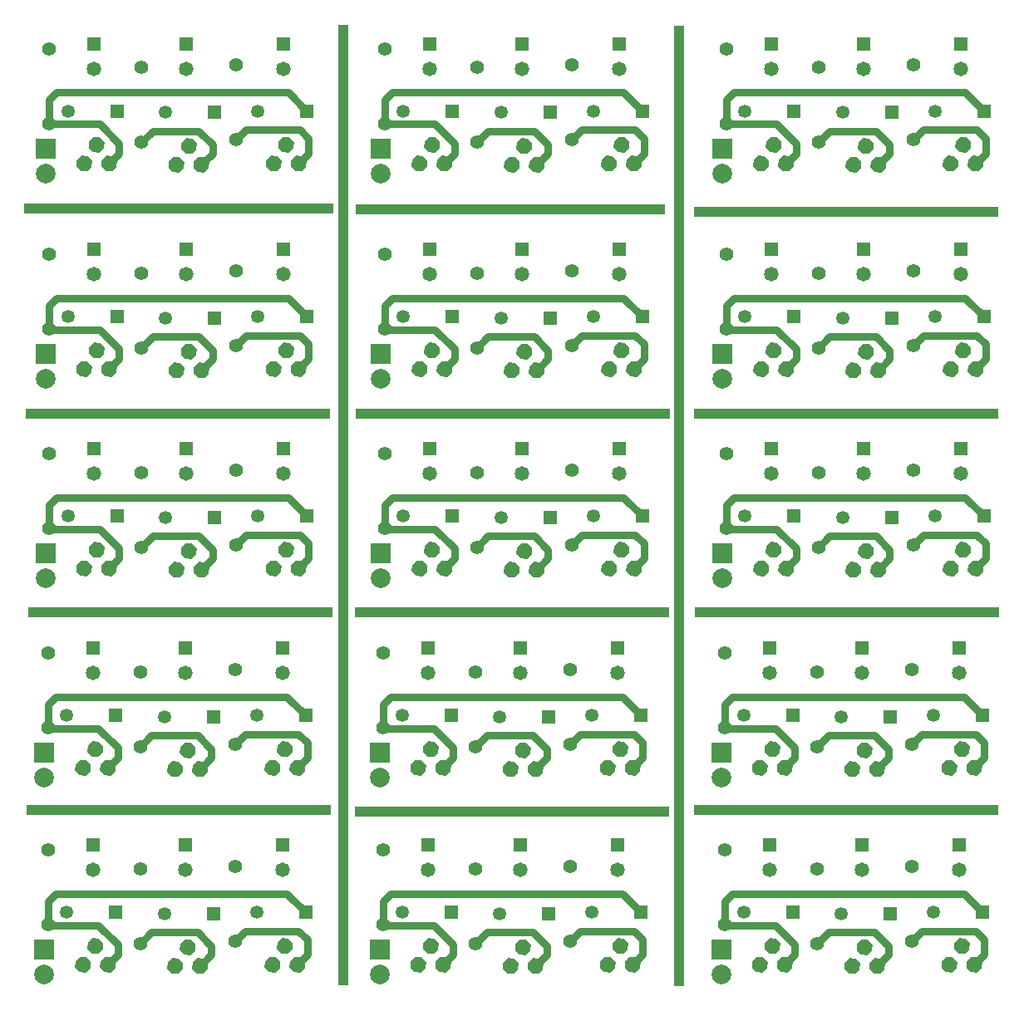
<source format=gtl>
G04 Layer_Physical_Order=1*
G04 Layer_Color=255*
%FSLAX25Y25*%
%MOIN*%
G70*
G01*
G75*
%ADD10C,0.03000*%
%ADD11R,0.03937X3.85827*%
%ADD12C,0.05905*%
%ADD13R,0.05315X0.05315*%
%ADD14C,0.05315*%
%ADD15C,0.07874*%
%ADD16R,0.07874X0.07874*%
%ADD17C,0.05512*%
%ADD18C,0.05827*%
%ADD19R,0.05827X0.05827*%
%ADD20O,0.05905X0.03937*%
%ADD21O,0.05905X0.03200*%
%ADD22R,1.24016X0.03937*%
%ADD23R,1.22047X0.03937*%
%ADD24R,1.25984X0.03937*%
G36*
X380363Y345491D02*
X382069Y343629D01*
X381959Y341105D01*
X380097Y339399D01*
X377574Y339509D01*
X375868Y341371D01*
X375978Y343895D01*
X377840Y345601D01*
X380363Y345491D01*
D02*
G37*
G36*
X304363D02*
X306069Y343629D01*
X305959Y341105D01*
X304097Y339399D01*
X301574Y339509D01*
X299868Y341371D01*
X299978Y343895D01*
X301840Y345601D01*
X304363Y345491D01*
D02*
G37*
G36*
X243363D02*
X245070Y343629D01*
X244959Y341105D01*
X243097Y339399D01*
X240574Y339509D01*
X238867Y341371D01*
X238978Y343895D01*
X240840Y345601D01*
X243363Y345491D01*
D02*
G37*
G36*
X167363D02*
X169070Y343629D01*
X168959Y341105D01*
X167097Y339399D01*
X164574Y339509D01*
X162867Y341371D01*
X162978Y343895D01*
X164840Y345601D01*
X167363Y345491D01*
D02*
G37*
G36*
X108863D02*
X110570Y343629D01*
X110459Y341105D01*
X108597Y339399D01*
X106074Y339509D01*
X104367Y341371D01*
X104478Y343895D01*
X106340Y345601D01*
X108863Y345491D01*
D02*
G37*
G36*
X32863D02*
X34569Y343629D01*
X34459Y341105D01*
X32597Y339399D01*
X30074Y339509D01*
X28367Y341371D01*
X28478Y343895D01*
X30340Y345601D01*
X32863Y345491D01*
D02*
G37*
G36*
X341363Y344991D02*
X343070Y343129D01*
X342959Y340605D01*
X341097Y338899D01*
X338574Y339009D01*
X336867Y340871D01*
X336978Y343395D01*
X338840Y345101D01*
X341363Y344991D01*
D02*
G37*
G36*
X204363D02*
X206069Y343129D01*
X205959Y340605D01*
X204097Y338899D01*
X201574Y339009D01*
X199867Y340871D01*
X199978Y343395D01*
X201840Y345101D01*
X204363Y344991D01*
D02*
G37*
G36*
X69863D02*
X71570Y343129D01*
X71459Y340605D01*
X69597Y338899D01*
X67074Y339009D01*
X65368Y340871D01*
X65478Y343395D01*
X67340Y345101D01*
X69863Y344991D01*
D02*
G37*
G36*
X385363Y337991D02*
X387070Y336129D01*
X386959Y333605D01*
X385097Y331899D01*
X382574Y332009D01*
X380868Y333871D01*
X380978Y336395D01*
X382840Y338101D01*
X385363Y337991D01*
D02*
G37*
G36*
X375363D02*
X377069Y336129D01*
X376959Y333605D01*
X375097Y331899D01*
X372574Y332009D01*
X370867Y333871D01*
X370978Y336395D01*
X372840Y338101D01*
X375363Y337991D01*
D02*
G37*
G36*
X309363D02*
X311069Y336129D01*
X310959Y333605D01*
X309097Y331899D01*
X306574Y332009D01*
X304868Y333871D01*
X304978Y336395D01*
X306840Y338101D01*
X309363Y337991D01*
D02*
G37*
G36*
X299363D02*
X301069Y336129D01*
X300959Y333605D01*
X299097Y331899D01*
X296574Y332009D01*
X294867Y333871D01*
X294978Y336395D01*
X296840Y338101D01*
X299363Y337991D01*
D02*
G37*
G36*
X248363D02*
X250069Y336129D01*
X249959Y333605D01*
X248097Y331899D01*
X245574Y332009D01*
X243867Y333871D01*
X243978Y336395D01*
X245840Y338101D01*
X248363Y337991D01*
D02*
G37*
G36*
X238363D02*
X240070Y336129D01*
X239959Y333605D01*
X238097Y331899D01*
X235574Y332009D01*
X233868Y333871D01*
X233978Y336395D01*
X235840Y338101D01*
X238363Y337991D01*
D02*
G37*
G36*
X172363D02*
X174069Y336129D01*
X173959Y333605D01*
X172097Y331899D01*
X169574Y332009D01*
X167868Y333871D01*
X167978Y336395D01*
X169840Y338101D01*
X172363Y337991D01*
D02*
G37*
G36*
X162363D02*
X164069Y336129D01*
X163959Y333605D01*
X162097Y331899D01*
X159574Y332009D01*
X157868Y333871D01*
X157978Y336395D01*
X159840Y338101D01*
X162363Y337991D01*
D02*
G37*
G36*
X113863D02*
X115569Y336129D01*
X115459Y333605D01*
X113597Y331899D01*
X111074Y332009D01*
X109368Y333871D01*
X109478Y336395D01*
X111340Y338101D01*
X113863Y337991D01*
D02*
G37*
G36*
X103863D02*
X105570Y336129D01*
X105459Y333605D01*
X103597Y331899D01*
X101074Y332009D01*
X99367Y333871D01*
X99478Y336395D01*
X101340Y338101D01*
X103863Y337991D01*
D02*
G37*
G36*
X37863D02*
X39570Y336129D01*
X39459Y333605D01*
X37597Y331899D01*
X35074Y332009D01*
X33367Y333871D01*
X33478Y336395D01*
X35340Y338101D01*
X37863Y337991D01*
D02*
G37*
G36*
X27863D02*
X29570Y336129D01*
X29459Y333605D01*
X27597Y331899D01*
X25074Y332009D01*
X23368Y333871D01*
X23478Y336395D01*
X25340Y338101D01*
X27863Y337991D01*
D02*
G37*
G36*
X346363Y337491D02*
X348070Y335629D01*
X347959Y333105D01*
X346097Y331399D01*
X343574Y331509D01*
X341867Y333371D01*
X341978Y335895D01*
X343840Y337601D01*
X346363Y337491D01*
D02*
G37*
G36*
X336363D02*
X338070Y335629D01*
X337959Y333105D01*
X336097Y331399D01*
X333574Y331509D01*
X331868Y333371D01*
X331978Y335895D01*
X333840Y337601D01*
X336363Y337491D01*
D02*
G37*
G36*
X209363D02*
X211069Y335629D01*
X210959Y333105D01*
X209097Y331399D01*
X206574Y331509D01*
X204868Y333371D01*
X204978Y335895D01*
X206840Y337601D01*
X209363Y337491D01*
D02*
G37*
G36*
X199363D02*
X201069Y335629D01*
X200959Y333105D01*
X199097Y331399D01*
X196574Y331509D01*
X194868Y333371D01*
X194978Y335895D01*
X196840Y337601D01*
X199363Y337491D01*
D02*
G37*
G36*
X74863D02*
X76569Y335629D01*
X76459Y333105D01*
X74597Y331399D01*
X72074Y331509D01*
X70367Y333371D01*
X70478Y335895D01*
X72340Y337601D01*
X74863Y337491D01*
D02*
G37*
G36*
X64863D02*
X66570Y335629D01*
X66459Y333105D01*
X64597Y331399D01*
X62074Y331509D01*
X60368Y333371D01*
X60478Y335895D01*
X62340Y337601D01*
X64863Y337491D01*
D02*
G37*
G36*
X380363Y262991D02*
X382069Y261129D01*
X381959Y258605D01*
X380097Y256899D01*
X377574Y257009D01*
X375868Y258871D01*
X375978Y261395D01*
X377840Y263101D01*
X380363Y262991D01*
D02*
G37*
G36*
X304363D02*
X306069Y261129D01*
X305959Y258605D01*
X304097Y256899D01*
X301574Y257009D01*
X299868Y258871D01*
X299978Y261395D01*
X301840Y263101D01*
X304363Y262991D01*
D02*
G37*
G36*
X243363D02*
X245070Y261129D01*
X244959Y258605D01*
X243097Y256899D01*
X240574Y257009D01*
X238867Y258871D01*
X238978Y261395D01*
X240840Y263101D01*
X243363Y262991D01*
D02*
G37*
G36*
X167363D02*
X169070Y261129D01*
X168959Y258605D01*
X167097Y256899D01*
X164574Y257009D01*
X162867Y258871D01*
X162978Y261395D01*
X164840Y263101D01*
X167363Y262991D01*
D02*
G37*
G36*
X108863D02*
X110570Y261129D01*
X110459Y258605D01*
X108597Y256899D01*
X106074Y257009D01*
X104367Y258871D01*
X104478Y261395D01*
X106340Y263101D01*
X108863Y262991D01*
D02*
G37*
G36*
X32863D02*
X34569Y261129D01*
X34459Y258605D01*
X32597Y256899D01*
X30074Y257009D01*
X28367Y258871D01*
X28478Y261395D01*
X30340Y263101D01*
X32863Y262991D01*
D02*
G37*
G36*
X341363Y262491D02*
X343070Y260629D01*
X342959Y258105D01*
X341097Y256399D01*
X338574Y256509D01*
X336867Y258371D01*
X336978Y260895D01*
X338840Y262601D01*
X341363Y262491D01*
D02*
G37*
G36*
X204363D02*
X206069Y260629D01*
X205959Y258105D01*
X204097Y256399D01*
X201574Y256509D01*
X199867Y258371D01*
X199978Y260895D01*
X201840Y262601D01*
X204363Y262491D01*
D02*
G37*
G36*
X69863D02*
X71570Y260629D01*
X71459Y258105D01*
X69597Y256399D01*
X67074Y256509D01*
X65368Y258371D01*
X65478Y260895D01*
X67340Y262601D01*
X69863Y262491D01*
D02*
G37*
G36*
X385363Y255491D02*
X387070Y253629D01*
X386959Y251105D01*
X385097Y249399D01*
X382574Y249509D01*
X380868Y251371D01*
X380978Y253895D01*
X382840Y255601D01*
X385363Y255491D01*
D02*
G37*
G36*
X375363D02*
X377069Y253629D01*
X376959Y251105D01*
X375097Y249399D01*
X372574Y249509D01*
X370867Y251371D01*
X370978Y253895D01*
X372840Y255601D01*
X375363Y255491D01*
D02*
G37*
G36*
X309363D02*
X311069Y253629D01*
X310959Y251105D01*
X309097Y249399D01*
X306574Y249509D01*
X304868Y251371D01*
X304978Y253895D01*
X306840Y255601D01*
X309363Y255491D01*
D02*
G37*
G36*
X299363D02*
X301069Y253629D01*
X300959Y251105D01*
X299097Y249399D01*
X296574Y249509D01*
X294867Y251371D01*
X294978Y253895D01*
X296840Y255601D01*
X299363Y255491D01*
D02*
G37*
G36*
X248363D02*
X250069Y253629D01*
X249959Y251105D01*
X248097Y249399D01*
X245574Y249509D01*
X243867Y251371D01*
X243978Y253895D01*
X245840Y255601D01*
X248363Y255491D01*
D02*
G37*
G36*
X238363D02*
X240070Y253629D01*
X239959Y251105D01*
X238097Y249399D01*
X235574Y249509D01*
X233868Y251371D01*
X233978Y253895D01*
X235840Y255601D01*
X238363Y255491D01*
D02*
G37*
G36*
X172363D02*
X174069Y253629D01*
X173959Y251105D01*
X172097Y249399D01*
X169574Y249509D01*
X167868Y251371D01*
X167978Y253895D01*
X169840Y255601D01*
X172363Y255491D01*
D02*
G37*
G36*
X162363D02*
X164069Y253629D01*
X163959Y251105D01*
X162097Y249399D01*
X159574Y249509D01*
X157868Y251371D01*
X157978Y253895D01*
X159840Y255601D01*
X162363Y255491D01*
D02*
G37*
G36*
X113863D02*
X115569Y253629D01*
X115459Y251105D01*
X113597Y249399D01*
X111074Y249509D01*
X109368Y251371D01*
X109478Y253895D01*
X111340Y255601D01*
X113863Y255491D01*
D02*
G37*
G36*
X103863D02*
X105570Y253629D01*
X105459Y251105D01*
X103597Y249399D01*
X101074Y249509D01*
X99367Y251371D01*
X99478Y253895D01*
X101340Y255601D01*
X103863Y255491D01*
D02*
G37*
G36*
X37863D02*
X39570Y253629D01*
X39459Y251105D01*
X37597Y249399D01*
X35074Y249509D01*
X33367Y251371D01*
X33478Y253895D01*
X35340Y255601D01*
X37863Y255491D01*
D02*
G37*
G36*
X27863D02*
X29570Y253629D01*
X29459Y251105D01*
X27597Y249399D01*
X25074Y249509D01*
X23368Y251371D01*
X23478Y253895D01*
X25340Y255601D01*
X27863Y255491D01*
D02*
G37*
G36*
X346363Y254991D02*
X348070Y253129D01*
X347959Y250605D01*
X346097Y248899D01*
X343574Y249009D01*
X341867Y250871D01*
X341978Y253395D01*
X343840Y255101D01*
X346363Y254991D01*
D02*
G37*
G36*
X336363D02*
X338070Y253129D01*
X337959Y250605D01*
X336097Y248899D01*
X333574Y249009D01*
X331868Y250871D01*
X331978Y253395D01*
X333840Y255101D01*
X336363Y254991D01*
D02*
G37*
G36*
X209363D02*
X211069Y253129D01*
X210959Y250605D01*
X209097Y248899D01*
X206574Y249009D01*
X204868Y250871D01*
X204978Y253395D01*
X206840Y255101D01*
X209363Y254991D01*
D02*
G37*
G36*
X199363D02*
X201069Y253129D01*
X200959Y250605D01*
X199097Y248899D01*
X196574Y249009D01*
X194868Y250871D01*
X194978Y253395D01*
X196840Y255101D01*
X199363Y254991D01*
D02*
G37*
G36*
X74863D02*
X76569Y253129D01*
X76459Y250605D01*
X74597Y248899D01*
X72074Y249009D01*
X70367Y250871D01*
X70478Y253395D01*
X72340Y255101D01*
X74863Y254991D01*
D02*
G37*
G36*
X64863D02*
X66570Y253129D01*
X66459Y250605D01*
X64597Y248899D01*
X62074Y249009D01*
X60368Y250871D01*
X60478Y253395D01*
X62340Y255101D01*
X64863Y254991D01*
D02*
G37*
G36*
X380363Y182991D02*
X382069Y181129D01*
X381959Y178605D01*
X380097Y176899D01*
X377574Y177009D01*
X375868Y178871D01*
X375978Y181395D01*
X377840Y183101D01*
X380363Y182991D01*
D02*
G37*
G36*
X304363D02*
X306069Y181129D01*
X305959Y178605D01*
X304097Y176899D01*
X301574Y177009D01*
X299868Y178871D01*
X299978Y181395D01*
X301840Y183101D01*
X304363Y182991D01*
D02*
G37*
G36*
X243363D02*
X245070Y181129D01*
X244959Y178605D01*
X243097Y176899D01*
X240574Y177009D01*
X238867Y178871D01*
X238978Y181395D01*
X240840Y183101D01*
X243363Y182991D01*
D02*
G37*
G36*
X167363D02*
X169070Y181129D01*
X168959Y178605D01*
X167097Y176899D01*
X164574Y177009D01*
X162867Y178871D01*
X162978Y181395D01*
X164840Y183101D01*
X167363Y182991D01*
D02*
G37*
G36*
X108863D02*
X110570Y181129D01*
X110459Y178605D01*
X108597Y176899D01*
X106074Y177009D01*
X104367Y178871D01*
X104478Y181395D01*
X106340Y183101D01*
X108863Y182991D01*
D02*
G37*
G36*
X32863D02*
X34569Y181129D01*
X34459Y178605D01*
X32597Y176899D01*
X30074Y177009D01*
X28367Y178871D01*
X28478Y181395D01*
X30340Y183101D01*
X32863Y182991D01*
D02*
G37*
G36*
X341363Y182491D02*
X343070Y180629D01*
X342959Y178105D01*
X341097Y176399D01*
X338574Y176509D01*
X336867Y178371D01*
X336978Y180895D01*
X338840Y182601D01*
X341363Y182491D01*
D02*
G37*
G36*
X204363D02*
X206069Y180629D01*
X205959Y178105D01*
X204097Y176399D01*
X201574Y176509D01*
X199867Y178371D01*
X199978Y180895D01*
X201840Y182601D01*
X204363Y182491D01*
D02*
G37*
G36*
X69863D02*
X71570Y180629D01*
X71459Y178105D01*
X69597Y176399D01*
X67074Y176509D01*
X65368Y178371D01*
X65478Y180895D01*
X67340Y182601D01*
X69863Y182491D01*
D02*
G37*
G36*
X385363Y175491D02*
X387070Y173629D01*
X386959Y171105D01*
X385097Y169399D01*
X382574Y169509D01*
X380868Y171371D01*
X380978Y173895D01*
X382840Y175601D01*
X385363Y175491D01*
D02*
G37*
G36*
X375363D02*
X377069Y173629D01*
X376959Y171105D01*
X375097Y169399D01*
X372574Y169509D01*
X370867Y171371D01*
X370978Y173895D01*
X372840Y175601D01*
X375363Y175491D01*
D02*
G37*
G36*
X309363D02*
X311069Y173629D01*
X310959Y171105D01*
X309097Y169399D01*
X306574Y169509D01*
X304868Y171371D01*
X304978Y173895D01*
X306840Y175601D01*
X309363Y175491D01*
D02*
G37*
G36*
X299363D02*
X301069Y173629D01*
X300959Y171105D01*
X299097Y169399D01*
X296574Y169509D01*
X294867Y171371D01*
X294978Y173895D01*
X296840Y175601D01*
X299363Y175491D01*
D02*
G37*
G36*
X248363D02*
X250069Y173629D01*
X249959Y171105D01*
X248097Y169399D01*
X245574Y169509D01*
X243867Y171371D01*
X243978Y173895D01*
X245840Y175601D01*
X248363Y175491D01*
D02*
G37*
G36*
X238363D02*
X240070Y173629D01*
X239959Y171105D01*
X238097Y169399D01*
X235574Y169509D01*
X233868Y171371D01*
X233978Y173895D01*
X235840Y175601D01*
X238363Y175491D01*
D02*
G37*
G36*
X172363D02*
X174069Y173629D01*
X173959Y171105D01*
X172097Y169399D01*
X169574Y169509D01*
X167868Y171371D01*
X167978Y173895D01*
X169840Y175601D01*
X172363Y175491D01*
D02*
G37*
G36*
X162363D02*
X164069Y173629D01*
X163959Y171105D01*
X162097Y169399D01*
X159574Y169509D01*
X157868Y171371D01*
X157978Y173895D01*
X159840Y175601D01*
X162363Y175491D01*
D02*
G37*
G36*
X113863D02*
X115569Y173629D01*
X115459Y171105D01*
X113597Y169399D01*
X111074Y169509D01*
X109368Y171371D01*
X109478Y173895D01*
X111340Y175601D01*
X113863Y175491D01*
D02*
G37*
G36*
X103863D02*
X105570Y173629D01*
X105459Y171105D01*
X103597Y169399D01*
X101074Y169509D01*
X99367Y171371D01*
X99478Y173895D01*
X101340Y175601D01*
X103863Y175491D01*
D02*
G37*
G36*
X37863D02*
X39570Y173629D01*
X39459Y171105D01*
X37597Y169399D01*
X35074Y169509D01*
X33367Y171371D01*
X33478Y173895D01*
X35340Y175601D01*
X37863Y175491D01*
D02*
G37*
G36*
X27863D02*
X29570Y173629D01*
X29459Y171105D01*
X27597Y169399D01*
X25074Y169509D01*
X23368Y171371D01*
X23478Y173895D01*
X25340Y175601D01*
X27863Y175491D01*
D02*
G37*
G36*
X346363Y174991D02*
X348070Y173129D01*
X347959Y170605D01*
X346097Y168899D01*
X343574Y169009D01*
X341867Y170871D01*
X341978Y173395D01*
X343840Y175101D01*
X346363Y174991D01*
D02*
G37*
G36*
X336363D02*
X338070Y173129D01*
X337959Y170605D01*
X336097Y168899D01*
X333574Y169009D01*
X331868Y170871D01*
X331978Y173395D01*
X333840Y175101D01*
X336363Y174991D01*
D02*
G37*
G36*
X209363D02*
X211069Y173129D01*
X210959Y170605D01*
X209097Y168899D01*
X206574Y169009D01*
X204868Y170871D01*
X204978Y173395D01*
X206840Y175101D01*
X209363Y174991D01*
D02*
G37*
G36*
X199363D02*
X201069Y173129D01*
X200959Y170605D01*
X199097Y168899D01*
X196574Y169009D01*
X194868Y170871D01*
X194978Y173395D01*
X196840Y175101D01*
X199363Y174991D01*
D02*
G37*
G36*
X74863D02*
X76569Y173129D01*
X76459Y170605D01*
X74597Y168899D01*
X72074Y169009D01*
X70367Y170871D01*
X70478Y173395D01*
X72340Y175101D01*
X74863Y174991D01*
D02*
G37*
G36*
X64863D02*
X66570Y173129D01*
X66459Y170605D01*
X64597Y168899D01*
X62074Y169009D01*
X60368Y170871D01*
X60478Y173395D01*
X62340Y175101D01*
X64863Y174991D01*
D02*
G37*
G36*
X379863Y102991D02*
X381570Y101129D01*
X381459Y98605D01*
X379597Y96899D01*
X377074Y97009D01*
X375367Y98871D01*
X375478Y101395D01*
X377340Y103101D01*
X379863Y102991D01*
D02*
G37*
G36*
X303863D02*
X305570Y101129D01*
X305459Y98605D01*
X303597Y96899D01*
X301074Y97009D01*
X299367Y98871D01*
X299478Y101395D01*
X301340Y103101D01*
X303863Y102991D01*
D02*
G37*
G36*
X242863D02*
X244569Y101129D01*
X244459Y98605D01*
X242597Y96899D01*
X240074Y97009D01*
X238368Y98871D01*
X238478Y101395D01*
X240340Y103101D01*
X242863Y102991D01*
D02*
G37*
G36*
X166863D02*
X168570Y101129D01*
X168459Y98605D01*
X166597Y96899D01*
X164074Y97009D01*
X162367Y98871D01*
X162478Y101395D01*
X164340Y103101D01*
X166863Y102991D01*
D02*
G37*
G36*
X108363D02*
X110070Y101129D01*
X109959Y98605D01*
X108097Y96899D01*
X105574Y97009D01*
X103867Y98871D01*
X103978Y101395D01*
X105840Y103101D01*
X108363Y102991D01*
D02*
G37*
G36*
X32363D02*
X34069Y101129D01*
X33959Y98605D01*
X32097Y96899D01*
X29574Y97009D01*
X27867Y98871D01*
X27978Y101395D01*
X29840Y103101D01*
X32363Y102991D01*
D02*
G37*
G36*
X340863Y102491D02*
X342569Y100629D01*
X342459Y98105D01*
X340597Y96399D01*
X338074Y96509D01*
X336368Y98371D01*
X336478Y100895D01*
X338340Y102601D01*
X340863Y102491D01*
D02*
G37*
G36*
X203863D02*
X205570Y100629D01*
X205459Y98105D01*
X203597Y96399D01*
X201074Y96509D01*
X199367Y98371D01*
X199478Y100895D01*
X201340Y102601D01*
X203863Y102491D01*
D02*
G37*
G36*
X69363D02*
X71070Y100629D01*
X70959Y98105D01*
X69097Y96399D01*
X66574Y96509D01*
X64868Y98371D01*
X64978Y100895D01*
X66840Y102601D01*
X69363Y102491D01*
D02*
G37*
G36*
X384863Y95491D02*
X386569Y93629D01*
X386459Y91105D01*
X384597Y89399D01*
X382074Y89509D01*
X380367Y91371D01*
X380478Y93895D01*
X382340Y95601D01*
X384863Y95491D01*
D02*
G37*
G36*
X374863D02*
X376570Y93629D01*
X376459Y91105D01*
X374597Y89399D01*
X372074Y89509D01*
X370368Y91371D01*
X370478Y93895D01*
X372340Y95601D01*
X374863Y95491D01*
D02*
G37*
G36*
X308863D02*
X310570Y93629D01*
X310459Y91105D01*
X308597Y89399D01*
X306074Y89509D01*
X304367Y91371D01*
X304478Y93895D01*
X306340Y95601D01*
X308863Y95491D01*
D02*
G37*
G36*
X298863D02*
X300570Y93629D01*
X300459Y91105D01*
X298597Y89399D01*
X296074Y89509D01*
X294368Y91371D01*
X294478Y93895D01*
X296340Y95601D01*
X298863Y95491D01*
D02*
G37*
G36*
X247863D02*
X249570Y93629D01*
X249459Y91105D01*
X247597Y89399D01*
X245074Y89509D01*
X243368Y91371D01*
X243478Y93895D01*
X245340Y95601D01*
X247863Y95491D01*
D02*
G37*
G36*
X237863D02*
X239569Y93629D01*
X239459Y91105D01*
X237597Y89399D01*
X235074Y89509D01*
X233367Y91371D01*
X233478Y93895D01*
X235340Y95601D01*
X237863Y95491D01*
D02*
G37*
G36*
X171863D02*
X173570Y93629D01*
X173459Y91105D01*
X171597Y89399D01*
X169074Y89509D01*
X167367Y91371D01*
X167478Y93895D01*
X169340Y95601D01*
X171863Y95491D01*
D02*
G37*
G36*
X161863D02*
X163569Y93629D01*
X163459Y91105D01*
X161597Y89399D01*
X159074Y89509D01*
X157368Y91371D01*
X157478Y93895D01*
X159340Y95601D01*
X161863Y95491D01*
D02*
G37*
G36*
X113363D02*
X115069Y93629D01*
X114959Y91105D01*
X113097Y89399D01*
X110574Y89509D01*
X108868Y91371D01*
X108978Y93895D01*
X110840Y95601D01*
X113363Y95491D01*
D02*
G37*
G36*
X103363D02*
X105069Y93629D01*
X104959Y91105D01*
X103097Y89399D01*
X100574Y89509D01*
X98867Y91371D01*
X98978Y93895D01*
X100840Y95601D01*
X103363Y95491D01*
D02*
G37*
G36*
X37363D02*
X39070Y93629D01*
X38959Y91105D01*
X37097Y89399D01*
X34574Y89509D01*
X32868Y91371D01*
X32978Y93895D01*
X34840Y95601D01*
X37363Y95491D01*
D02*
G37*
G36*
X27363D02*
X29070Y93629D01*
X28959Y91105D01*
X27097Y89399D01*
X24574Y89509D01*
X22867Y91371D01*
X22978Y93895D01*
X24840Y95601D01*
X27363Y95491D01*
D02*
G37*
G36*
X345863Y94991D02*
X347569Y93129D01*
X347459Y90605D01*
X345597Y88899D01*
X343074Y89009D01*
X341368Y90871D01*
X341478Y93395D01*
X343340Y95101D01*
X345863Y94991D01*
D02*
G37*
G36*
X335863D02*
X337569Y93129D01*
X337459Y90605D01*
X335597Y88899D01*
X333074Y89009D01*
X331367Y90871D01*
X331478Y93395D01*
X333340Y95101D01*
X335863Y94991D01*
D02*
G37*
G36*
X208863D02*
X210570Y93129D01*
X210459Y90605D01*
X208597Y88899D01*
X206074Y89009D01*
X204367Y90871D01*
X204478Y93395D01*
X206340Y95101D01*
X208863Y94991D01*
D02*
G37*
G36*
X198863D02*
X200570Y93129D01*
X200459Y90605D01*
X198597Y88899D01*
X196074Y89009D01*
X194368Y90871D01*
X194478Y93395D01*
X196340Y95101D01*
X198863Y94991D01*
D02*
G37*
G36*
X74363D02*
X76069Y93129D01*
X75959Y90605D01*
X74097Y88899D01*
X71574Y89009D01*
X69867Y90871D01*
X69978Y93395D01*
X71840Y95101D01*
X74363Y94991D01*
D02*
G37*
G36*
X64363D02*
X66070Y93129D01*
X65959Y90605D01*
X64097Y88899D01*
X61574Y89009D01*
X59868Y90871D01*
X59978Y93395D01*
X61840Y95101D01*
X64363Y94991D01*
D02*
G37*
G36*
X379863Y23991D02*
X381570Y22129D01*
X381459Y19605D01*
X379597Y17899D01*
X377074Y18009D01*
X375367Y19871D01*
X375478Y22395D01*
X377340Y24101D01*
X379863Y23991D01*
D02*
G37*
G36*
X303863D02*
X305570Y22129D01*
X305459Y19605D01*
X303597Y17899D01*
X301074Y18009D01*
X299367Y19871D01*
X299478Y22395D01*
X301340Y24101D01*
X303863Y23991D01*
D02*
G37*
G36*
X242863D02*
X244569Y22129D01*
X244459Y19605D01*
X242597Y17899D01*
X240074Y18009D01*
X238368Y19871D01*
X238478Y22395D01*
X240340Y24101D01*
X242863Y23991D01*
D02*
G37*
G36*
X166863D02*
X168570Y22129D01*
X168459Y19605D01*
X166597Y17899D01*
X164074Y18009D01*
X162367Y19871D01*
X162478Y22395D01*
X164340Y24101D01*
X166863Y23991D01*
D02*
G37*
G36*
X108363D02*
X110070Y22129D01*
X109959Y19605D01*
X108097Y17899D01*
X105574Y18009D01*
X103867Y19871D01*
X103978Y22395D01*
X105840Y24101D01*
X108363Y23991D01*
D02*
G37*
G36*
X32363D02*
X34069Y22129D01*
X33959Y19605D01*
X32097Y17899D01*
X29574Y18009D01*
X27867Y19871D01*
X27978Y22395D01*
X29840Y24101D01*
X32363Y23991D01*
D02*
G37*
G36*
X340863Y23491D02*
X342569Y21629D01*
X342459Y19105D01*
X340597Y17399D01*
X338074Y17509D01*
X336368Y19371D01*
X336478Y21895D01*
X338340Y23601D01*
X340863Y23491D01*
D02*
G37*
G36*
X203863D02*
X205570Y21629D01*
X205459Y19105D01*
X203597Y17399D01*
X201074Y17509D01*
X199367Y19371D01*
X199478Y21895D01*
X201340Y23601D01*
X203863Y23491D01*
D02*
G37*
G36*
X69363D02*
X71070Y21629D01*
X70959Y19105D01*
X69097Y17399D01*
X66574Y17509D01*
X64868Y19371D01*
X64978Y21895D01*
X66840Y23601D01*
X69363Y23491D01*
D02*
G37*
G36*
X384863Y16491D02*
X386569Y14629D01*
X386459Y12105D01*
X384597Y10399D01*
X382074Y10509D01*
X380367Y12371D01*
X380478Y14895D01*
X382340Y16601D01*
X384863Y16491D01*
D02*
G37*
G36*
X374863D02*
X376570Y14629D01*
X376459Y12105D01*
X374597Y10399D01*
X372074Y10509D01*
X370368Y12371D01*
X370478Y14895D01*
X372340Y16601D01*
X374863Y16491D01*
D02*
G37*
G36*
X308863D02*
X310570Y14629D01*
X310459Y12105D01*
X308597Y10399D01*
X306074Y10509D01*
X304367Y12371D01*
X304478Y14895D01*
X306340Y16601D01*
X308863Y16491D01*
D02*
G37*
G36*
X298863D02*
X300570Y14629D01*
X300459Y12105D01*
X298597Y10399D01*
X296074Y10509D01*
X294368Y12371D01*
X294478Y14895D01*
X296340Y16601D01*
X298863Y16491D01*
D02*
G37*
G36*
X247863D02*
X249570Y14629D01*
X249459Y12105D01*
X247597Y10399D01*
X245074Y10509D01*
X243368Y12371D01*
X243478Y14895D01*
X245340Y16601D01*
X247863Y16491D01*
D02*
G37*
G36*
X237863D02*
X239569Y14629D01*
X239459Y12105D01*
X237597Y10399D01*
X235074Y10509D01*
X233367Y12371D01*
X233478Y14895D01*
X235340Y16601D01*
X237863Y16491D01*
D02*
G37*
G36*
X171863D02*
X173570Y14629D01*
X173459Y12105D01*
X171597Y10399D01*
X169074Y10509D01*
X167367Y12371D01*
X167478Y14895D01*
X169340Y16601D01*
X171863Y16491D01*
D02*
G37*
G36*
X161863D02*
X163569Y14629D01*
X163459Y12105D01*
X161597Y10399D01*
X159074Y10509D01*
X157368Y12371D01*
X157478Y14895D01*
X159340Y16601D01*
X161863Y16491D01*
D02*
G37*
G36*
X113363D02*
X115069Y14629D01*
X114959Y12105D01*
X113097Y10399D01*
X110574Y10509D01*
X108868Y12371D01*
X108978Y14895D01*
X110840Y16601D01*
X113363Y16491D01*
D02*
G37*
G36*
X103363D02*
X105069Y14629D01*
X104959Y12105D01*
X103097Y10399D01*
X100574Y10509D01*
X98867Y12371D01*
X98978Y14895D01*
X100840Y16601D01*
X103363Y16491D01*
D02*
G37*
G36*
X37363D02*
X39070Y14629D01*
X38959Y12105D01*
X37097Y10399D01*
X34574Y10509D01*
X32868Y12371D01*
X32978Y14895D01*
X34840Y16601D01*
X37363Y16491D01*
D02*
G37*
G36*
X27363D02*
X29070Y14629D01*
X28959Y12105D01*
X27097Y10399D01*
X24574Y10509D01*
X22867Y12371D01*
X22978Y14895D01*
X24840Y16601D01*
X27363Y16491D01*
D02*
G37*
G36*
X345863Y15991D02*
X347569Y14129D01*
X347459Y11605D01*
X345597Y9899D01*
X343074Y10009D01*
X341368Y11871D01*
X341478Y14395D01*
X343340Y16101D01*
X345863Y15991D01*
D02*
G37*
G36*
X335863D02*
X337569Y14129D01*
X337459Y11605D01*
X335597Y9899D01*
X333074Y10009D01*
X331367Y11871D01*
X331478Y14395D01*
X333340Y16101D01*
X335863Y15991D01*
D02*
G37*
G36*
X208863D02*
X210570Y14129D01*
X210459Y11605D01*
X208597Y9899D01*
X206074Y10009D01*
X204367Y11871D01*
X204478Y14395D01*
X206340Y16101D01*
X208863Y15991D01*
D02*
G37*
G36*
X198863D02*
X200570Y14129D01*
X200459Y11605D01*
X198597Y9899D01*
X196074Y10009D01*
X194368Y11871D01*
X194478Y14395D01*
X196340Y16101D01*
X198863Y15991D01*
D02*
G37*
G36*
X74363D02*
X76069Y14129D01*
X75959Y11605D01*
X74097Y9899D01*
X71574Y10009D01*
X69867Y11871D01*
X69978Y14395D01*
X71840Y16101D01*
X74363Y15991D01*
D02*
G37*
G36*
X64363D02*
X66070Y14129D01*
X65959Y11605D01*
X64097Y9899D01*
X61574Y10009D01*
X59868Y11871D01*
X59978Y14395D01*
X61840Y16101D01*
X64363Y15991D01*
D02*
G37*
D10*
X11969Y29500D02*
Y39000D01*
X14968Y42000D01*
X107811D01*
X115311Y34500D01*
X11969Y29342D02*
Y29500D01*
X32126Y29342D02*
X39968Y21500D01*
Y17500D02*
Y21500D01*
X35969Y13500D02*
X39968Y17500D01*
X48968Y22000D02*
X53469Y26500D01*
X71969D01*
X77469Y21000D01*
Y17500D02*
Y21000D01*
X72969Y13000D02*
X77469Y17500D01*
X86968Y23000D02*
X90969Y27000D01*
X112469D01*
X115969Y23500D01*
Y17500D02*
Y23500D01*
X111969Y13500D02*
X115969Y17500D01*
X283469Y29342D02*
X303626D01*
X383469Y13500D02*
X387469Y17500D01*
Y23500D01*
X383968Y27000D02*
X387469Y23500D01*
X362469Y27000D02*
X383968D01*
X358469Y23000D02*
X362469Y27000D01*
X344468Y13000D02*
X348969Y17500D01*
Y21000D01*
X343468Y26500D02*
X348969Y21000D01*
X324969Y26500D02*
X343468D01*
X320468Y22000D02*
X324969Y26500D01*
X307469Y13500D02*
X311469Y17500D01*
Y21500D01*
X303626Y29342D02*
X311469Y21500D01*
X283469Y29342D02*
Y29500D01*
X379311Y42000D02*
X386811Y34500D01*
X286469Y42000D02*
X379311D01*
X283469Y39000D02*
X286469Y42000D01*
X283469Y29500D02*
Y39000D01*
X146468Y29342D02*
X166626D01*
X246468Y13500D02*
X250468Y17500D01*
Y23500D01*
X246969Y27000D02*
X250468Y23500D01*
X225468Y27000D02*
X246969D01*
X221468Y23000D02*
X225468Y27000D01*
X207469Y13000D02*
X211968Y17500D01*
Y21000D01*
X206469Y26500D02*
X211968Y21000D01*
X187969Y26500D02*
X206469D01*
X183468Y22000D02*
X187969Y26500D01*
X170468Y13500D02*
X174469Y17500D01*
Y21500D01*
X166626Y29342D02*
X174469Y21500D01*
X146468Y29342D02*
Y29500D01*
X242311Y42000D02*
X249811Y34500D01*
X149469Y42000D02*
X242311D01*
X146468Y39000D02*
X149469Y42000D01*
X146468Y29500D02*
Y39000D01*
X146968Y351000D02*
Y360500D01*
X149969Y363500D01*
X242811D01*
X250311Y356000D01*
X146968Y350842D02*
Y351000D01*
X167126Y350842D02*
X174969Y343000D01*
Y339000D02*
Y343000D01*
X170968Y335000D02*
X174969Y339000D01*
X183968Y343500D02*
X188469Y348000D01*
X206968D01*
X212469Y342500D01*
Y339000D02*
Y342500D01*
X207968Y334500D02*
X212469Y339000D01*
X221969Y344500D02*
X225969Y348500D01*
X247468D01*
X250969Y345000D01*
Y339000D02*
Y345000D01*
X246969Y335000D02*
X250969Y339000D01*
X146968Y350842D02*
X167126D01*
X283968Y351000D02*
Y360500D01*
X286968Y363500D01*
X379811D01*
X387311Y356000D01*
X283968Y350842D02*
Y351000D01*
X304126Y350842D02*
X311968Y343000D01*
Y339000D02*
Y343000D01*
X307968Y335000D02*
X311968Y339000D01*
X320969Y343500D02*
X325468Y348000D01*
X343969D01*
X349468Y342500D01*
Y339000D02*
Y342500D01*
X344969Y334500D02*
X349468Y339000D01*
X358968Y344500D02*
X362968Y348500D01*
X384469D01*
X387968Y345000D01*
Y339000D02*
Y345000D01*
X383968Y335000D02*
X387968Y339000D01*
X283968Y350842D02*
X304126D01*
X12468D02*
X32626D01*
X112469Y335000D02*
X116469Y339000D01*
Y345000D01*
X112969Y348500D02*
X116469Y345000D01*
X91469Y348500D02*
X112969D01*
X87468Y344500D02*
X91469Y348500D01*
X73469Y334500D02*
X77969Y339000D01*
Y342500D01*
X72469Y348000D02*
X77969Y342500D01*
X53969Y348000D02*
X72469D01*
X49468Y343500D02*
X53969Y348000D01*
X36468Y335000D02*
X40468Y339000D01*
Y343000D01*
X32626Y350842D02*
X40468Y343000D01*
X12468Y350842D02*
Y351000D01*
X108311Y363500D02*
X115811Y356000D01*
X15469Y363500D02*
X108311D01*
X12468Y360500D02*
X15469Y363500D01*
X12468Y351000D02*
Y360500D01*
X146968Y268500D02*
Y278000D01*
X149969Y281000D01*
X242811D01*
X250311Y273500D01*
X146968Y268342D02*
Y268500D01*
X167126Y268342D02*
X174969Y260500D01*
Y256500D02*
Y260500D01*
X170968Y252500D02*
X174969Y256500D01*
X183968Y261000D02*
X188469Y265500D01*
X206968D01*
X212469Y260000D01*
Y256500D02*
Y260000D01*
X207968Y252000D02*
X212469Y256500D01*
X221969Y262000D02*
X225969Y266000D01*
X247468D01*
X250969Y262500D01*
Y256500D02*
Y262500D01*
X246969Y252500D02*
X250969Y256500D01*
X146968Y268342D02*
X167126D01*
X283968Y268500D02*
Y278000D01*
X286968Y281000D01*
X379811D01*
X387311Y273500D01*
X283968Y268342D02*
Y268500D01*
X304126Y268342D02*
X311968Y260500D01*
Y256500D02*
Y260500D01*
X307968Y252500D02*
X311968Y256500D01*
X320969Y261000D02*
X325468Y265500D01*
X343969D01*
X349468Y260000D01*
Y256500D02*
Y260000D01*
X344969Y252000D02*
X349468Y256500D01*
X358968Y262000D02*
X362968Y266000D01*
X384469D01*
X387968Y262500D01*
Y256500D02*
Y262500D01*
X383968Y252500D02*
X387968Y256500D01*
X283968Y268342D02*
X304126D01*
X12468D02*
X32626D01*
X112469Y252500D02*
X116469Y256500D01*
Y262500D01*
X112969Y266000D02*
X116469Y262500D01*
X91469Y266000D02*
X112969D01*
X87468Y262000D02*
X91469Y266000D01*
X73469Y252000D02*
X77969Y256500D01*
Y260000D01*
X72469Y265500D02*
X77969Y260000D01*
X53969Y265500D02*
X72469D01*
X49468Y261000D02*
X53969Y265500D01*
X36468Y252500D02*
X40468Y256500D01*
Y260500D01*
X32626Y268342D02*
X40468Y260500D01*
X12468Y268342D02*
Y268500D01*
X108311Y281000D02*
X115811Y273500D01*
X15469Y281000D02*
X108311D01*
X12468Y278000D02*
X15469Y281000D01*
X12468Y268500D02*
Y278000D01*
X146468Y108500D02*
Y118000D01*
X149469Y121000D01*
X242311D01*
X249811Y113500D01*
X146468Y108343D02*
Y108500D01*
X166626Y108343D02*
X174469Y100500D01*
Y96500D02*
Y100500D01*
X170468Y92500D02*
X174469Y96500D01*
X183468Y101000D02*
X187969Y105500D01*
X206469D01*
X211968Y100000D01*
Y96500D02*
Y100000D01*
X207469Y92000D02*
X211968Y96500D01*
X221468Y102000D02*
X225468Y106000D01*
X246969D01*
X250468Y102500D01*
Y96500D02*
Y102500D01*
X246468Y92500D02*
X250468Y96500D01*
X146468Y108343D02*
X166626D01*
X283469Y108500D02*
Y118000D01*
X286469Y121000D01*
X379311D01*
X386811Y113500D01*
X283469Y108343D02*
Y108500D01*
X303626Y108343D02*
X311469Y100500D01*
Y96500D02*
Y100500D01*
X307469Y92500D02*
X311469Y96500D01*
X320468Y101000D02*
X324969Y105500D01*
X343468D01*
X348969Y100000D01*
Y96500D02*
Y100000D01*
X344468Y92000D02*
X348969Y96500D01*
X358469Y102000D02*
X362469Y106000D01*
X383968D01*
X387469Y102500D01*
Y96500D02*
Y102500D01*
X383469Y92500D02*
X387469Y96500D01*
X283469Y108343D02*
X303626D01*
X11969D02*
X32126D01*
X111969Y92500D02*
X115969Y96500D01*
Y102500D01*
X112469Y106000D02*
X115969Y102500D01*
X90969Y106000D02*
X112469D01*
X86968Y102000D02*
X90969Y106000D01*
X72969Y92000D02*
X77469Y96500D01*
Y100000D01*
X71969Y105500D02*
X77469Y100000D01*
X53469Y105500D02*
X71969D01*
X48968Y101000D02*
X53469Y105500D01*
X35969Y92500D02*
X39968Y96500D01*
Y100500D01*
X32126Y108343D02*
X39968Y100500D01*
X11969Y108343D02*
Y108500D01*
X107811Y121000D02*
X115311Y113500D01*
X14968Y121000D02*
X107811D01*
X11969Y118000D02*
X14968Y121000D01*
X11969Y108500D02*
Y118000D01*
X146968Y188500D02*
Y198000D01*
X149969Y201000D01*
X242811D01*
X250311Y193500D01*
X146968Y188342D02*
Y188500D01*
X167126Y188342D02*
X174969Y180500D01*
Y176500D02*
Y180500D01*
X170968Y172500D02*
X174969Y176500D01*
X183968Y181000D02*
X188469Y185500D01*
X206968D01*
X212469Y180000D01*
Y176500D02*
Y180000D01*
X207968Y172000D02*
X212469Y176500D01*
X221969Y182000D02*
X225969Y186000D01*
X247468D01*
X250969Y182500D01*
Y176500D02*
Y182500D01*
X246969Y172500D02*
X250969Y176500D01*
X146968Y188342D02*
X167126D01*
X283968Y188500D02*
Y198000D01*
X286968Y201000D01*
X379811D01*
X387311Y193500D01*
X283968Y188342D02*
Y188500D01*
X304126Y188342D02*
X311968Y180500D01*
Y176500D02*
Y180500D01*
X307968Y172500D02*
X311968Y176500D01*
X320969Y181000D02*
X325468Y185500D01*
X343969D01*
X349468Y180000D01*
Y176500D02*
Y180000D01*
X344969Y172000D02*
X349468Y176500D01*
X358968Y182000D02*
X362968Y186000D01*
X384469D01*
X387968Y182500D01*
Y176500D02*
Y182500D01*
X383968Y172500D02*
X387968Y176500D01*
X283968Y188342D02*
X304126D01*
X12468D02*
X32626D01*
X112469Y172500D02*
X116469Y176500D01*
Y182500D01*
X112969Y186000D02*
X116469Y182500D01*
X91469Y186000D02*
X112969D01*
X87468Y182000D02*
X91469Y186000D01*
X73469Y172000D02*
X77969Y176500D01*
Y180000D01*
X72469Y185500D02*
X77969Y180000D01*
X53969Y185500D02*
X72469D01*
X49468Y181000D02*
X53969Y185500D01*
X36468Y172500D02*
X40468Y176500D01*
Y180500D01*
X32626Y188342D02*
X40468Y180500D01*
X12468Y188342D02*
Y188500D01*
X108311Y201000D02*
X115811Y193500D01*
X15469Y201000D02*
X108311D01*
X12468Y198000D02*
X15469Y201000D01*
X12468Y188500D02*
Y198000D01*
X11969Y29342D02*
X32126D01*
D11*
X265000Y197500D02*
D03*
X130500Y198000D02*
D03*
D12*
X25969Y13500D02*
D03*
X30968Y21000D02*
D03*
X35969Y13500D02*
D03*
X62968Y13000D02*
D03*
X67968Y20500D02*
D03*
X72969Y13000D02*
D03*
X101969Y13500D02*
D03*
X106968Y21000D02*
D03*
X111969Y13500D02*
D03*
X373468D02*
D03*
X378468Y21000D02*
D03*
X383469Y13500D02*
D03*
X334469Y13000D02*
D03*
X339469Y20500D02*
D03*
X344468Y13000D02*
D03*
X297468Y13500D02*
D03*
X302468Y21000D02*
D03*
X307469Y13500D02*
D03*
X236469D02*
D03*
X241469Y21000D02*
D03*
X246468Y13500D02*
D03*
X197468Y13000D02*
D03*
X202468Y20500D02*
D03*
X207469Y13000D02*
D03*
X160468Y13500D02*
D03*
X165469Y21000D02*
D03*
X170468Y13500D02*
D03*
X160968Y335000D02*
D03*
X165969Y342500D02*
D03*
X170968Y335000D02*
D03*
X197968Y334500D02*
D03*
X202969Y342000D02*
D03*
X207968Y334500D02*
D03*
X236968Y335000D02*
D03*
X241968Y342500D02*
D03*
X246969Y335000D02*
D03*
X297969D02*
D03*
X302969Y342500D02*
D03*
X307968Y335000D02*
D03*
X334968Y334500D02*
D03*
X339968Y342000D02*
D03*
X344969Y334500D02*
D03*
X373969Y335000D02*
D03*
X378969Y342500D02*
D03*
X383968Y335000D02*
D03*
X102469D02*
D03*
X107468Y342500D02*
D03*
X112469Y335000D02*
D03*
X63468Y334500D02*
D03*
X73469D02*
D03*
X26469Y335000D02*
D03*
X31468Y342500D02*
D03*
X36468Y335000D02*
D03*
X160968Y252500D02*
D03*
X165969Y260000D02*
D03*
X170968Y252500D02*
D03*
X197968Y252000D02*
D03*
X202969Y259500D02*
D03*
X207968Y252000D02*
D03*
X236968Y252500D02*
D03*
X241968Y260000D02*
D03*
X246969Y252500D02*
D03*
X297969D02*
D03*
X302969Y260000D02*
D03*
X307968Y252500D02*
D03*
X334968Y252000D02*
D03*
X339968Y259500D02*
D03*
X344969Y252000D02*
D03*
X373969Y252500D02*
D03*
X378969Y260000D02*
D03*
X383968Y252500D02*
D03*
X102469D02*
D03*
X107468Y260000D02*
D03*
X112469Y252500D02*
D03*
X63468Y252000D02*
D03*
X68468Y259500D02*
D03*
X73469Y252000D02*
D03*
X26469Y252500D02*
D03*
X31468Y260000D02*
D03*
X36468Y252500D02*
D03*
X160468Y92500D02*
D03*
X165469Y100000D02*
D03*
X170468Y92500D02*
D03*
X197468Y92000D02*
D03*
X202468Y99500D02*
D03*
X207469Y92000D02*
D03*
X236469Y92500D02*
D03*
X241469Y100000D02*
D03*
X246468Y92500D02*
D03*
X297468D02*
D03*
X302468Y100000D02*
D03*
X307469Y92500D02*
D03*
X339469Y99500D02*
D03*
X344468Y92000D02*
D03*
X373468Y92500D02*
D03*
X378468Y100000D02*
D03*
X383469Y92500D02*
D03*
X101969D02*
D03*
X106968Y100000D02*
D03*
X111969Y92500D02*
D03*
X62968Y92000D02*
D03*
X67968Y99500D02*
D03*
X72969Y92000D02*
D03*
X25969Y92500D02*
D03*
X30968Y100000D02*
D03*
X35969Y92500D02*
D03*
X160968Y172500D02*
D03*
X165969Y180000D02*
D03*
X170968Y172500D02*
D03*
X197968Y172000D02*
D03*
X202969Y179500D02*
D03*
X207968Y172000D02*
D03*
X236968Y172500D02*
D03*
X241968Y180000D02*
D03*
X246969Y172500D02*
D03*
X297969D02*
D03*
X302969Y180000D02*
D03*
X307968Y172500D02*
D03*
X334968Y172000D02*
D03*
X339968Y179500D02*
D03*
X344969Y172000D02*
D03*
X373969Y172500D02*
D03*
X378969Y180000D02*
D03*
X383968Y172500D02*
D03*
X102469D02*
D03*
X107468Y180000D02*
D03*
X112469Y172500D02*
D03*
X63468Y172000D02*
D03*
X68468Y179500D02*
D03*
X73469Y172000D02*
D03*
X26469Y172500D02*
D03*
X31468Y180000D02*
D03*
X36468Y172500D02*
D03*
D13*
X39154Y34500D02*
D03*
X78311Y34000D02*
D03*
X115311Y34500D02*
D03*
X386811D02*
D03*
X349811Y34000D02*
D03*
X310653Y34500D02*
D03*
X249811Y34500D02*
D03*
X212811Y34000D02*
D03*
X173653Y34500D02*
D03*
X174153Y356000D02*
D03*
X213311Y355500D02*
D03*
X250311Y356000D02*
D03*
X311154Y356000D02*
D03*
X350311Y355500D02*
D03*
X387311Y356000D02*
D03*
X115811D02*
D03*
X78811Y355500D02*
D03*
X39654Y356000D02*
D03*
X174153Y273500D02*
D03*
X213311Y273000D02*
D03*
X250311Y273500D02*
D03*
X311154Y273500D02*
D03*
X350311Y273000D02*
D03*
X387311Y273500D02*
D03*
X115811D02*
D03*
X78811Y273000D02*
D03*
X39654Y273500D02*
D03*
X173653Y113500D02*
D03*
X212811Y113000D02*
D03*
X249811Y113500D02*
D03*
X310653Y113500D02*
D03*
X349811Y113000D02*
D03*
X386811Y113500D02*
D03*
X115311D02*
D03*
X78311Y113000D02*
D03*
X39154Y113500D02*
D03*
X174153Y193500D02*
D03*
X213311Y193000D02*
D03*
X250311Y193500D02*
D03*
X311154Y193500D02*
D03*
X350311Y193000D02*
D03*
X387311Y193500D02*
D03*
X115811D02*
D03*
X78811Y193000D02*
D03*
X39654Y193500D02*
D03*
D14*
X19468Y34500D02*
D03*
X58626Y34000D02*
D03*
X95626Y34500D02*
D03*
X367126D02*
D03*
X330126Y34000D02*
D03*
X290968Y34500D02*
D03*
X230126Y34500D02*
D03*
X193126Y34000D02*
D03*
X153969Y34500D02*
D03*
X154469Y356000D02*
D03*
X193626Y355500D02*
D03*
X230626Y356000D02*
D03*
X291469Y356000D02*
D03*
X330626Y355500D02*
D03*
X367626Y356000D02*
D03*
X96126D02*
D03*
X59126Y355500D02*
D03*
X19969Y356000D02*
D03*
X154469Y273500D02*
D03*
X193626Y273000D02*
D03*
X230626Y273500D02*
D03*
X291469Y273500D02*
D03*
X330626Y273000D02*
D03*
X367626Y273500D02*
D03*
X96126D02*
D03*
X59126Y273000D02*
D03*
X19969Y273500D02*
D03*
X153969Y113500D02*
D03*
X193126Y113000D02*
D03*
X230126Y113500D02*
D03*
X290968Y113500D02*
D03*
X330126Y113000D02*
D03*
X367126Y113500D02*
D03*
X95626D02*
D03*
X58626Y113000D02*
D03*
X19468Y113500D02*
D03*
X154469Y193500D02*
D03*
X193626Y193000D02*
D03*
X230626Y193500D02*
D03*
X291469Y193500D02*
D03*
X330626Y193000D02*
D03*
X367626Y193500D02*
D03*
X96126D02*
D03*
X59126Y193000D02*
D03*
X19969Y193500D02*
D03*
D15*
X10469Y9500D02*
D03*
X281968D02*
D03*
X144968D02*
D03*
X145468Y331000D02*
D03*
X282469D02*
D03*
X10968D02*
D03*
X145468Y248500D02*
D03*
X282469D02*
D03*
X10968D02*
D03*
X144968Y88500D02*
D03*
X281968D02*
D03*
X10469D02*
D03*
X145468Y168500D02*
D03*
X282469D02*
D03*
X10968D02*
D03*
D16*
X10469Y19500D02*
D03*
X281968D02*
D03*
X144968D02*
D03*
X145468Y341000D02*
D03*
X282469D02*
D03*
X10968D02*
D03*
X145468Y258500D02*
D03*
X282469D02*
D03*
X10968D02*
D03*
X144968Y98500D02*
D03*
X281968D02*
D03*
X10469D02*
D03*
X145468Y178500D02*
D03*
X282469D02*
D03*
X10968D02*
D03*
D17*
X11969Y29500D02*
D03*
Y59500D02*
D03*
X48968Y22000D02*
D03*
Y52000D02*
D03*
X86968Y23000D02*
D03*
Y53000D02*
D03*
X358469Y23000D02*
D03*
Y53000D02*
D03*
X320468Y22000D02*
D03*
Y52000D02*
D03*
X283469Y29500D02*
D03*
Y59500D02*
D03*
X221468Y23000D02*
D03*
Y53000D02*
D03*
X183468Y22000D02*
D03*
Y52000D02*
D03*
X146468Y29500D02*
D03*
Y59500D02*
D03*
X146968Y351000D02*
D03*
Y381000D02*
D03*
X183968Y343500D02*
D03*
Y373500D02*
D03*
X221969Y344500D02*
D03*
Y374500D02*
D03*
X283968Y351000D02*
D03*
Y381000D02*
D03*
X320969Y343500D02*
D03*
Y373500D02*
D03*
X358968Y344500D02*
D03*
Y374500D02*
D03*
X87468Y344500D02*
D03*
Y374500D02*
D03*
X49468Y343500D02*
D03*
Y373500D02*
D03*
X12468Y351000D02*
D03*
Y381000D02*
D03*
X146968Y268500D02*
D03*
Y298500D02*
D03*
X183968Y261000D02*
D03*
Y291000D02*
D03*
X221969Y262000D02*
D03*
Y292000D02*
D03*
X283968Y268500D02*
D03*
Y298500D02*
D03*
X320969Y261000D02*
D03*
Y291000D02*
D03*
X358968Y262000D02*
D03*
Y292000D02*
D03*
X87468Y262000D02*
D03*
Y292000D02*
D03*
X49468Y261000D02*
D03*
Y291000D02*
D03*
X12468Y268500D02*
D03*
Y298500D02*
D03*
X146468Y108500D02*
D03*
Y138500D02*
D03*
X183468Y101000D02*
D03*
Y131000D02*
D03*
X221468Y102000D02*
D03*
Y132000D02*
D03*
X283469Y108500D02*
D03*
Y138500D02*
D03*
X320468Y101000D02*
D03*
Y131000D02*
D03*
X358469Y102000D02*
D03*
Y132000D02*
D03*
X86968Y102000D02*
D03*
Y132000D02*
D03*
X48968Y101000D02*
D03*
Y131000D02*
D03*
X11969Y108500D02*
D03*
Y138500D02*
D03*
X146968Y188500D02*
D03*
Y218500D02*
D03*
X183968Y181000D02*
D03*
Y211000D02*
D03*
X221969Y182000D02*
D03*
Y212000D02*
D03*
X283968Y188500D02*
D03*
Y218500D02*
D03*
X320969Y181000D02*
D03*
Y211000D02*
D03*
X358968Y182000D02*
D03*
Y212000D02*
D03*
X87468Y182000D02*
D03*
Y212000D02*
D03*
X49468Y181000D02*
D03*
Y211000D02*
D03*
X12468Y188500D02*
D03*
Y218500D02*
D03*
D18*
X29969Y51500D02*
D03*
X66969D02*
D03*
X105968D02*
D03*
X377468D02*
D03*
X338469D02*
D03*
X301468D02*
D03*
X240469D02*
D03*
X201468D02*
D03*
X164469D02*
D03*
X164969Y373000D02*
D03*
X201969D02*
D03*
X240968D02*
D03*
X301969D02*
D03*
X338968D02*
D03*
X377969D02*
D03*
X106468D02*
D03*
X67469D02*
D03*
X30468D02*
D03*
X164969Y290500D02*
D03*
X201969D02*
D03*
X240968D02*
D03*
X301969D02*
D03*
X338968D02*
D03*
X377969D02*
D03*
X106468D02*
D03*
X67469D02*
D03*
X30468D02*
D03*
X164469Y130500D02*
D03*
X201468D02*
D03*
X240469D02*
D03*
X301468D02*
D03*
X338469D02*
D03*
X377468D02*
D03*
X105968D02*
D03*
X66969D02*
D03*
X29969D02*
D03*
X164969Y210500D02*
D03*
X201969D02*
D03*
X240968D02*
D03*
X301969D02*
D03*
X338968D02*
D03*
X377969D02*
D03*
X106468D02*
D03*
X67469D02*
D03*
X30468D02*
D03*
D19*
X29969Y61500D02*
D03*
X66969D02*
D03*
X105968D02*
D03*
X377468D02*
D03*
X338469D02*
D03*
X301468D02*
D03*
X240469D02*
D03*
X201468D02*
D03*
X164469D02*
D03*
X164969Y383000D02*
D03*
X201969D02*
D03*
X240968D02*
D03*
X301969D02*
D03*
X338968D02*
D03*
X377969D02*
D03*
X106468D02*
D03*
X67469D02*
D03*
X30468D02*
D03*
X164969Y300500D02*
D03*
X201969D02*
D03*
X240968D02*
D03*
X301969D02*
D03*
X338968D02*
D03*
X377969D02*
D03*
X106468D02*
D03*
X67469D02*
D03*
X30468D02*
D03*
X164469Y140500D02*
D03*
X201468D02*
D03*
X240469D02*
D03*
X301468D02*
D03*
X338469D02*
D03*
X377468D02*
D03*
X105968D02*
D03*
X66969D02*
D03*
X29969D02*
D03*
X164969Y220500D02*
D03*
X201969D02*
D03*
X240968D02*
D03*
X301969D02*
D03*
X338968D02*
D03*
X377969D02*
D03*
X106468D02*
D03*
X67469D02*
D03*
X30468D02*
D03*
D20*
X68468Y342000D02*
D03*
D21*
X334469Y92000D02*
D03*
D22*
X64500Y317000D02*
D03*
X197500Y316500D02*
D03*
D23*
X64000Y234500D02*
D03*
X65000Y155000D02*
D03*
X64500Y75500D02*
D03*
X332000D02*
D03*
X332500Y155000D02*
D03*
X332000Y234500D02*
D03*
Y315500D02*
D03*
D24*
X198500Y234500D02*
D03*
X198000Y155000D02*
D03*
Y75000D02*
D03*
M02*

</source>
